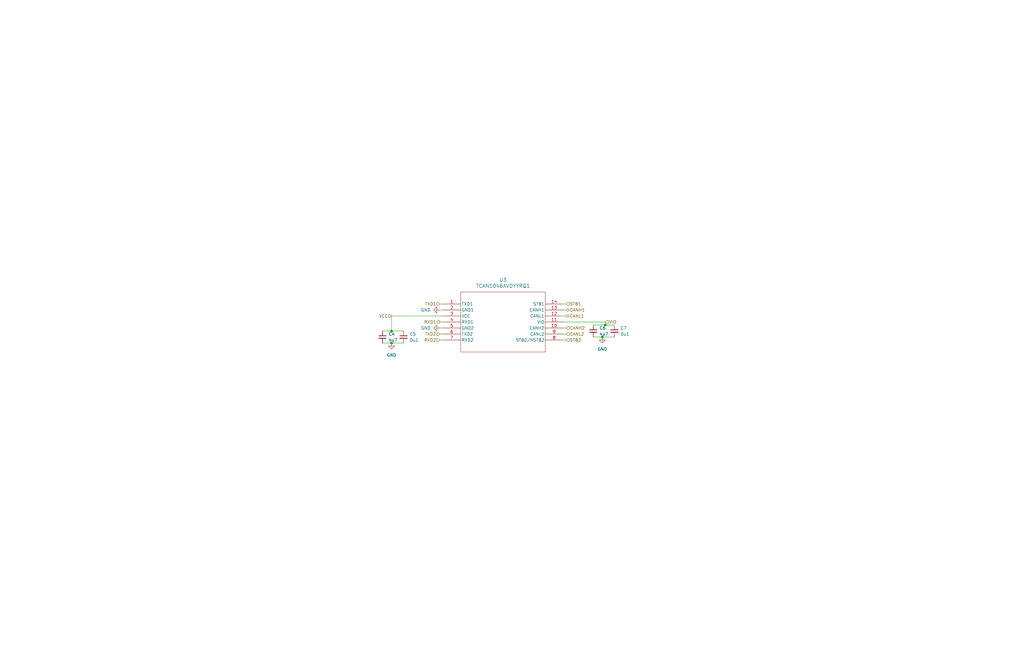
<source format=kicad_sch>
(kicad_sch (version 20250114) (generator "eeschema") (generator_version "9.0")
  (paper "USLedger")
  (title_block (title "HEDGE2 Avionics") (date "2025-06-27") (rev "V0.8") (company "University of Virginia") (comment 1 "Department of Mechanical and Aerospace Engineering"))
  (lib_symbols
    (symbol "Device:C_Small" (pin_numbers (hide yes)) (pin_names (offset 0.254) (hide yes))
      (property "Reference" "C" (at 0.254 1.778 0))
      (property "Value" "C_Small" (at 0.254 -2.032 0))
      (symbol "C_Small_0_1"
        (polyline (pts (xy -1.524 0.508) (xy 1.524 0.508)) (stroke (width 0.3048)))
        (polyline (pts (xy -1.524 -0.508) (xy 1.524 -0.508)) (stroke (width 0.3302)))
      )
      (symbol "C_Small_1_1"
        (pin passive line (at 0 2.54 270) (length 2.032) (name "~") (number "1"))
        (pin passive line (at 0 -2.54 90) (length 2.032) (name "~") (number "2"))
      )
    )
    (symbol "TCAN1046AVDYYRQ1:TCAN1046AVDYYRQ1" (pin_names (offset 0.254))
      (property "Reference" "U" (at 25.4 10.16 0))
      (property "Value" "TCAN1046AVDYYRQ1" (at 25.4 7.62 0))
      (symbol "TCAN1046AVDYYRQ1_0_1"
        (polyline (pts (xy 7.62 5.08) (xy 7.62 -20.32)) (stroke (width 0.127)))
        (polyline (pts (xy 7.62 -20.32) (xy 43.18 -20.32)) (stroke (width 0.127)))
        (polyline (pts (xy 43.18 5.08) (xy 7.62 5.08)) (stroke (width 0.127)))
        (polyline (pts (xy 43.18 -20.32) (xy 43.18 5.08)) (stroke (width 0.127)))
        (pin bidirectional line (at 0 0 0) (length 7.62) (name "TXD1") (number "1"))
        (pin power_out line (at 0 -2.54 0) (length 7.62) (name "GND1") (number "2"))
        (pin power_in line (at 0 -5.08 0) (length 7.62) (name "VCC") (number "3"))
        (pin bidirectional line (at 0 -7.62 0) (length 7.62) (name "RXD1") (number "4"))
        (pin power_out line (at 0 -10.16 0) (length 7.62) (name "GND2") (number "5"))
        (pin bidirectional line (at 0 -12.7 0) (length 7.62) (name "TXD2") (number "6"))
        (pin bidirectional line (at 0 -15.24 0) (length 7.62) (name "RXD2") (number "7"))
        (pin bidirectional line (at 50.8 0 180) (length 7.62) (name "STB1") (number "14"))
        (pin bidirectional line (at 50.8 -2.54 180) (length 7.62) (name "CANH1") (number "13"))
        (pin bidirectional line (at 50.8 -5.08 180) (length 7.62) (name "CANL1") (number "12"))
        (pin power_in line (at 50.8 -7.62 180) (length 7.62) (name "VIO") (number "11"))
        (pin bidirectional line (at 50.8 -10.16 180) (length 7.62) (name "CANH2") (number "10"))
        (pin bidirectional line (at 50.8 -12.7 180) (length 7.62) (name "CANL2") (number "9"))
        (pin bidirectional line (at 50.8 -15.24 180) (length 7.62) (name "STB2/NSTB2") (number "8"))
      )
    )
    (symbol "power:GND" (power) (pin_numbers (hide yes)) (pin_names (offset 0) (hide yes))
      (property "Value" "GND" (at 0 -3.81 0))
      (symbol "GND_0_1"
        (polyline (pts (xy 0 0) (xy 0 -1.27) (xy 1.27 -1.27) (xy 0 -2.54) (xy -1.27 -1.27) (xy 0 -1.27)))
      )
      (symbol "GND_1_1"
        (pin power_in line (at 0 0 270) (length 0) (name "~") (number "1"))
      )
    )
  )
  (junction (at 255.27 137.16))
  (junction (at 165.1 139.7))
  (junction (at 254 142.24))
  (junction (at 165.1 144.78))
  (wire (pts (xy 161.29 139.7) (xy 165.1 139.7)))
  (wire (pts (xy 165.1 133.35) (xy 186.69 133.35)))
  (wire (pts (xy 237.49 128.27) (xy 238.76 128.27)))
  (wire (pts (xy 255.27 137.16) (xy 259.08 137.16)))
  (wire (pts (xy 165.1 139.7) (xy 170.18 139.7)))
  (wire (pts (xy 250.19 137.16) (xy 255.27 137.16)))
  (wire (pts (xy 185.42 135.89) (xy 186.69 135.89)))
  (wire (pts (xy 250.19 142.24) (xy 254 142.24)))
  (wire (pts (xy 185.42 128.27) (xy 186.69 128.27)))
  (wire (pts (xy 185.42 140.97) (xy 186.69 140.97)))
  (wire (pts (xy 254 142.24) (xy 259.08 142.24)))
  (wire (pts (xy 185.42 143.51) (xy 186.69 143.51)))
  (wire (pts (xy 237.49 138.43) (xy 238.76 138.43)))
  (wire (pts (xy 161.29 144.78) (xy 165.1 144.78)))
  (wire (pts (xy 237.49 140.97) (xy 238.76 140.97)))
  (wire (pts (xy 255.27 135.89) (xy 255.27 137.16)))
  (wire (pts (xy 237.49 133.35) (xy 238.76 133.35)))
  (wire (pts (xy 165.1 144.78) (xy 170.18 144.78)))
  (wire (pts (xy 237.49 143.51) (xy 238.76 143.51)))
  (wire (pts (xy 237.49 135.89) (xy 255.27 135.89)))
  (wire (pts (xy 185.42 130.81) (xy 186.69 130.81)))
  (wire (pts (xy 185.42 138.43) (xy 186.69 138.43)))
  (wire (pts (xy 237.49 130.81) (xy 238.76 130.81)))
  (wire (pts (xy 165.1 139.7) (xy 165.1 133.35)))
  (hierarchical_label "CANL2" (shape input) (at 238.76 140.97 0))
  (hierarchical_label "RXD1" (shape output) (at 185.42 135.89 180))
  (hierarchical_label "CANL1" (shape bidirectional) (at 238.76 133.35 0))
  (hierarchical_label "TXD1" (shape input) (at 185.42 128.27 180))
  (hierarchical_label "STB1" (shape input) (at 238.76 128.27 0))
  (hierarchical_label "STB2" (shape input) (at 238.76 143.51 0))
  (hierarchical_label "RXD2" (shape input) (at 185.42 143.51 180))
  (hierarchical_label "TXD2" (shape input) (at 185.42 140.97 180))
  (hierarchical_label "VIO" (shape input) (at 255.27 135.89 0))
  (hierarchical_label "VCC" (shape input) (at 165.1 133.35 180))
  (hierarchical_label "CANH2" (shape input) (at 238.76 138.43 0))
  (hierarchical_label "CANH1" (shape bidirectional) (at 238.76 130.81 0))
  (symbol (lib_id "TCAN1046AVDYYRQ1:TCAN1046AVDYYRQ1") (at 186.69 128.27 0) (unit 1)
    (property "Reference" "U3" (at 212.09 118.11 0) (effects (font (size 1.524 1.524))))
    (property "Value" "TCAN1046AVDYYRQ1" (at 212.09 120.65 0) (effects (font (size 1.524 1.524))))
    (property "Footprint" "TCAN1046AV:SOT23_DYY_TEX" (effects (hide yes)))
    (property "DigiKey Part Number" "296-TCAN1046AVDYYRQ1CT-ND " (effects (hide yes)))
  )
  (symbol (lib_id "power:GND") (at 185.42 130.81 270) (unit 1)
    (property "Reference" "#PWR068" (effects (hide yes)))
    (property "Value" "GND" (at 181.61 130.8099 90) (effects (justify right)))
    (property "Description" "Power symbol creates a global label with name \"GND\" , ground" (effects (hide yes)))
  )
  (symbol (lib_id "Device:C_Small") (at 259.08 139.7 0) (unit 1)
    (property "Reference" "C7" (at 261.62 138.4362 0) (effects (justify left)))
    (property "Value" "0u1" (at 261.62 140.9762 0) (effects (justify left)))
    (property "Footprint" "Capacitor_SMD:C_0805_2012Metric" (effects (hide yes)))
    (property "Description" "Unpolarized capacitor, small symbol" (effects (hide yes)))
    (property "DigiKey Part Number" "720-GA0805Y104JXABT31GCT-ND" (effects (hide yes)))
  )
  (symbol (lib_id "Device:C_Small") (at 250.19 139.7 0) (unit 1)
    (property "Reference" "C6" (at 252.73 138.4362 0) (effects (justify left)))
    (property "Value" "4u7" (at 252.73 140.9762 0) (effects (justify left)))
    (property "Footprint" "Capacitor_SMD:C_0805_2012Metric" (effects (hide yes)))
    (property "Description" "Unpolarized capacitor, small symbol" (effects (hide yes)))
    (property "DigiKey Part Number" "720-GA0805Y472KXBBC31GCT-ND" (effects (hide yes)))
  )
  (symbol (lib_id "power:GND") (at 165.1 144.78 0) (unit 1)
    (property "Reference" "#PWR067" (effects (hide yes)))
    (property "Value" "GND" (at 165.1 149.86 0))
    (property "Description" "Power symbol creates a global label with name \"GND\" , ground" (effects (hide yes)))
  )
  (symbol (lib_id "power:GND") (at 185.42 138.43 270) (unit 1)
    (property "Reference" "#PWR069" (effects (hide yes)))
    (property "Value" "GND" (at 181.61 138.4299 90) (effects (justify right)))
    (property "Description" "Power symbol creates a global label with name \"GND\" , ground" (effects (hide yes)))
  )
  (symbol (lib_id "Device:C_Small") (at 161.29 142.24 0) (unit 1)
    (property "Reference" "C4" (at 163.83 140.9762 0) (effects (justify left)))
    (property "Value" "4u7" (at 163.83 143.5162 0) (effects (justify left)))
    (property "Footprint" "Capacitor_SMD:C_0805_2012Metric" (effects (hide yes)))
    (property "Description" "Unpolarized capacitor, small symbol" (effects (hide yes)))
    (property "DigiKey Part Number" "720-GA0805Y472KXBBC31GCT-ND" (effects (hide yes)))
  )
  (symbol (lib_id "Device:C_Small") (at 170.18 142.24 0) (unit 1)
    (property "Reference" "C5" (at 172.72 140.9762 0) (effects (justify left)))
    (property "Value" "0u1" (at 172.72 143.5162 0) (effects (justify left)))
    (property "Footprint" "Capacitor_SMD:C_0805_2012Metric" (effects (hide yes)))
    (property "Description" "Unpolarized capacitor, small symbol" (effects (hide yes)))
    (property "DigiKey Part Number" "720-GA0805Y104JXABT31GCT-ND" (effects (hide yes)))
  )
  (symbol (lib_id "power:GND") (at 254 142.24 0) (unit 1)
    (property "Reference" "#PWR070" (effects (hide yes)))
    (property "Value" "GND" (at 254 147.32 0))
    (property "Description" "Power symbol creates a global label with name \"GND\" , ground" (effects (hide yes)))
  )
)
</source>
